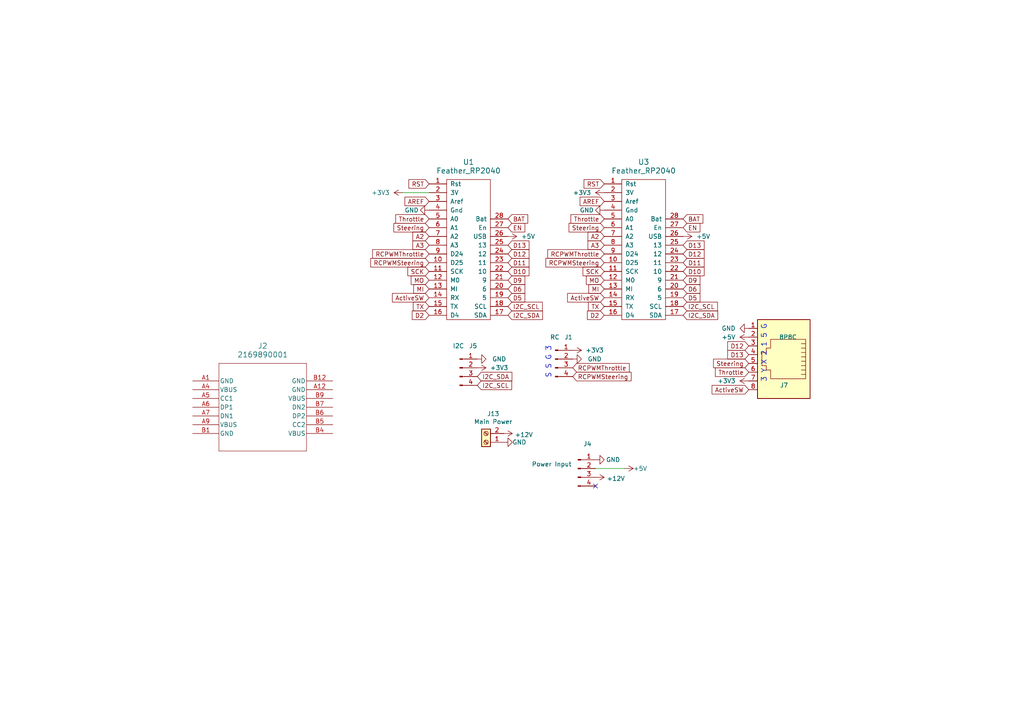
<source format=kicad_sch>
(kicad_sch (version 20230121) (generator eeschema)
  (paper "A4")
  (lib_symbols
    (symbol "Connector:8P8C" (pin_names (offset 1.016))
      (property "Reference" "J" (at -5.08 13.97 0))
      (property "Value" "8P8C" (at 2.54 13.97 0))
      (symbol "8P8C_0_1"
        (polyline (pts (xy -5.08 4.445) (xy -6.35 4.445)))
        (polyline (pts (xy -5.08 5.715) (xy -6.35 5.715)))
        (polyline (pts (xy -6.35 -3.175) (xy -5.08 -3.175) (xy -5.08 -3.175)))
        (polyline (pts (xy -6.35 -1.905) (xy -5.08 -1.905) (xy -5.08 -1.905)))
        (polyline (pts (xy -6.35 -0.635) (xy -5.08 -0.635) (xy -5.08 -0.635)))
        (polyline (pts (xy -6.35 0.635) (xy -5.08 0.635) (xy -5.08 0.635)))
        (polyline (pts (xy -6.35 1.905) (xy -5.08 1.905) (xy -5.08 1.905)))
        (polyline (pts (xy -5.08 3.175) (xy -6.35 3.175) (xy -6.35 3.175)))
        (polyline (pts (xy -6.35 -4.445) (xy -6.35 6.985) (xy 3.81 6.985) (xy 3.81 4.445) (xy 5.08 4.445) (xy 5.08 3.175) (xy 6.35 3.175) (xy 6.35 -0.635) (xy 5.08 -0.635) (xy 5.08 -1.905) (xy 3.81 -1.905) (xy 3.81 -4.445) (xy -6.35 -4.445) (xy -6.35 -4.445)))
        (rectangle (start 7.62 12.7) (end -7.62 -10.16) (stroke (width 0.254)) (fill (type background)))
      )
      (symbol "8P8C_1_1"
        (pin passive line (at 10.16 -7.62 180) (length 2.54) (name "~") (number "1"))
        (pin passive line (at 10.16 -5.08 180) (length 2.54) (name "~") (number "2"))
        (pin passive line (at 10.16 -2.54 180) (length 2.54) (name "~") (number "3"))
        (pin passive line (at 10.16 0 180) (length 2.54) (name "~") (number "4"))
        (pin passive line (at 10.16 2.54 180) (length 2.54) (name "~") (number "5"))
        (pin passive line (at 10.16 5.08 180) (length 2.54) (name "~") (number "6"))
        (pin passive line (at 10.16 7.62 180) (length 2.54) (name "~") (number "7"))
        (pin passive line (at 10.16 10.16 180) (length 2.54) (name "~") (number "8"))
      )
    )
    (symbol "Connector:Screw_Terminal_01x02" (pin_names (offset 1.016) hide)
      (property "Reference" "J" (at 0 2.54 0))
      (property "Value" "Screw_Terminal_01x02" (at 0 -5.08 0))
      (symbol "Screw_Terminal_01x02_1_1"
        (rectangle (start -1.27 1.27) (end 1.27 -3.81) (stroke (width 0.254)) (fill (type background)))
        (circle (center 0 -2.54) (radius 0.635) (stroke (width 0.1524)))
        (polyline (pts (xy -0.5334 -2.2098) (xy 0.3302 -3.048)) (stroke (width 0.1524)))
        (polyline (pts (xy -0.5334 0.3302) (xy 0.3302 -0.508)) (stroke (width 0.1524)))
        (polyline (pts (xy -0.3556 -2.032) (xy 0.508 -2.8702)) (stroke (width 0.1524)))
        (polyline (pts (xy -0.3556 0.508) (xy 0.508 -0.3302)) (stroke (width 0.1524)))
        (circle (center 0 0) (radius 0.635) (stroke (width 0.1524)))
        (pin passive line (at -5.08 0 0) (length 3.81) (name "Pin_1") (number "1"))
        (pin passive line (at -5.08 -2.54 0) (length 3.81) (name "Pin_2") (number "2"))
      )
    )
    (symbol "ControlInputTestFeather-rescue:+3.3V-power" (power) (pin_names (offset 0))
      (property "Value" "+3.3V-power" (at 0 3.556 0))
      (symbol "+3.3V-power_0_1"
        (polyline (pts (xy -0.762 1.27) (xy 0 2.54)))
        (polyline (pts (xy 0 0) (xy 0 2.54)))
        (polyline (pts (xy 0 2.54) (xy 0.762 1.27)))
      )
      (symbol "+3.3V-power_1_1"
        (pin power_in line (at 0 0 90) (length 0) hide (name "+3V3") (number "1"))
      )
    )
    (symbol "ControlInputTestFeather-rescue:Conn_01x04_Male-Connector" (pin_names (offset 1.016) hide)
      (property "Reference" "J" (at 0 5.08 0))
      (property "Value" "Connector_Conn_01x04_Male" (at 0 -7.62 0))
      (symbol "Conn_01x04_Male-Connector_1_1"
        (polyline (pts (xy 1.27 -5.08) (xy 0.8636 -5.08)) (stroke (width 0.1524)))
        (polyline (pts (xy 1.27 -2.54) (xy 0.8636 -2.54)) (stroke (width 0.1524)))
        (polyline (pts (xy 1.27 0) (xy 0.8636 0)) (stroke (width 0.1524)))
        (polyline (pts (xy 1.27 2.54) (xy 0.8636 2.54)) (stroke (width 0.1524)))
        (rectangle (start 0.8636 -4.953) (end 0 -5.207) (stroke (width 0.1524)) (fill (type outline)))
        (rectangle (start 0.8636 -2.413) (end 0 -2.667) (stroke (width 0.1524)) (fill (type outline)))
        (rectangle (start 0.8636 0.127) (end 0 -0.127) (stroke (width 0.1524)) (fill (type outline)))
        (rectangle (start 0.8636 2.667) (end 0 2.413) (stroke (width 0.1524)) (fill (type outline)))
        (pin passive line (at 5.08 2.54 180) (length 3.81) (name "Pin_1") (number "1"))
        (pin passive line (at 5.08 0 180) (length 3.81) (name "Pin_2") (number "2"))
        (pin passive line (at 5.08 -2.54 180) (length 3.81) (name "Pin_3") (number "3"))
        (pin passive line (at 5.08 -5.08 180) (length 3.81) (name "Pin_4") (number "4"))
      )
    )
    (symbol "FlagUSB-C:2169890001" (pin_names (offset 0.254))
      (property "Reference" "J" (at 20.32 10.16 0))
      (property "Value" "2169890001" (at 20.32 7.62 0))
      (symbol "2169890001_0_1"
        (polyline (pts (xy 7.62 -20.32) (xy 33.02 -20.32)) (stroke (width 0.127)))
        (polyline (pts (xy 7.62 5.08) (xy 7.62 -20.32)) (stroke (width 0.127)))
        (polyline (pts (xy 33.02 -20.32) (xy 33.02 5.08)) (stroke (width 0.127)))
        (polyline (pts (xy 33.02 5.08) (xy 7.62 5.08)) (stroke (width 0.127)))
        (pin power_out line (at 0 0 0) (length 7.62) (name "GND") (number "A1"))
        (pin power_out line (at 40.64 -2.54 180) (length 7.62) (name "GND") (number "A12"))
        (pin power_in line (at 0 -2.54 0) (length 7.62) (name "VBUS") (number "A4"))
        (pin bidirectional line (at 0 -5.08 0) (length 7.62) (name "CC1") (number "A5"))
        (pin bidirectional line (at 0 -7.62 0) (length 7.62) (name "DP1") (number "A6"))
        (pin bidirectional line (at 0 -10.16 0) (length 7.62) (name "DN1") (number "A7"))
        (pin power_in line (at 0 -12.7 0) (length 7.62) (name "VBUS") (number "A9"))
        (pin power_out line (at 0 -15.24 0) (length 7.62) (name "GND") (number "B1"))
        (pin power_out line (at 40.64 0 180) (length 7.62) (name "GND") (number "B12"))
        (pin power_in line (at 40.64 -15.24 180) (length 7.62) (name "VBUS") (number "B4"))
        (pin bidirectional line (at 40.64 -12.7 180) (length 7.62) (name "CC2") (number "B5"))
        (pin bidirectional line (at 40.64 -10.16 180) (length 7.62) (name "DP2") (number "B6"))
        (pin bidirectional line (at 40.64 -7.62 180) (length 7.62) (name "DN2") (number "B7"))
        (pin power_in line (at 40.64 -5.08 180) (length 7.62) (name "VBUS") (number "B9"))
      )
    )
    (symbol "UsefulModifications:Feather_RP2040" (pin_names (offset 1.016))
      (property "Reference" "U" (at -1.27 20.32 0))
      (property "Value" "Feather_RP2040" (at 1.27 -26.67 0))
      (symbol "Feather_RP2040_0_1"
        (rectangle (start -6.35 17.78) (end 6.35 -22.86))
      )
      (symbol "Feather_RP2040_1_1"
        (pin bidirectional line (at -11.43 16.51 0) (length 5.08) (name "Rst") (number "1"))
        (pin bidirectional line (at -11.43 -6.35 0) (length 5.08) (name "D25") (number "10"))
        (pin bidirectional line (at -11.43 -8.89 0) (length 5.08) (name "SCK") (number "11"))
        (pin bidirectional line (at -11.43 -11.43 0) (length 5.08) (name "M0") (number "12"))
        (pin bidirectional line (at -11.43 -13.97 0) (length 5.08) (name "MI") (number "13"))
        (pin bidirectional line (at -11.43 -16.51 0) (length 5.08) (name "RX") (number "14"))
        (pin bidirectional line (at -11.43 -19.05 0) (length 5.08) (name "TX") (number "15"))
        (pin bidirectional line (at -11.43 -21.59 0) (length 5.08) (name "D4") (number "16"))
        (pin bidirectional line (at 11.43 -21.59 180) (length 5.08) (name "SDA") (number "17"))
        (pin bidirectional line (at 11.43 -19.05 180) (length 5.08) (name "SCL") (number "18"))
        (pin bidirectional line (at 11.43 -16.51 180) (length 5.08) (name "5") (number "19"))
        (pin power_out line (at -11.43 13.97 0) (length 5.08) (name "3V") (number "2"))
        (pin bidirectional line (at 11.43 -13.97 180) (length 5.08) (name "6") (number "20"))
        (pin bidirectional line (at 11.43 -11.43 180) (length 5.08) (name "9") (number "21"))
        (pin bidirectional line (at 11.43 -8.89 180) (length 5.08) (name "10") (number "22"))
        (pin bidirectional line (at 11.43 -6.35 180) (length 5.08) (name "11") (number "23"))
        (pin bidirectional line (at 11.43 -3.81 180) (length 5.08) (name "12") (number "24"))
        (pin bidirectional line (at 11.43 -1.27 180) (length 5.08) (name "13") (number "25"))
        (pin bidirectional line (at 11.43 1.27 180) (length 5.08) (name "USB") (number "26"))
        (pin passive line (at 11.43 3.81 180) (length 5.08) (name "En") (number "27"))
        (pin power_in line (at 11.43 6.35 180) (length 5.08) (name "Bat") (number "28"))
        (pin bidirectional line (at -11.43 11.43 0) (length 5.08) (name "Aref") (number "3"))
        (pin passive line (at -11.43 8.89 0) (length 5.08) (name "Gnd") (number "4"))
        (pin bidirectional line (at -11.43 6.35 0) (length 5.08) (name "A0") (number "5"))
        (pin bidirectional line (at -11.43 3.81 0) (length 5.08) (name "A1") (number "6"))
        (pin bidirectional line (at -11.43 1.27 0) (length 5.08) (name "A2") (number "7"))
        (pin bidirectional line (at -11.43 -1.27 0) (length 5.08) (name "A3") (number "8"))
        (pin bidirectional line (at -11.43 -3.81 0) (length 5.08) (name "D24") (number "9"))
      )
    )
    (symbol "power:+12V" (power) (pin_names (offset 0))
      (property "Value" "+12V" (at 0 3.556 0))
      (symbol "+12V_0_1"
        (polyline (pts (xy -0.762 1.27) (xy 0 2.54)))
        (polyline (pts (xy 0 0) (xy 0 2.54)))
        (polyline (pts (xy 0 2.54) (xy 0.762 1.27)))
      )
      (symbol "+12V_1_1"
        (pin power_in line (at 0 0 90) (length 0) hide (name "+12V") (number "1"))
      )
    )
    (symbol "power:+5V" (power) (pin_names (offset 0))
      (property "Value" "+5V" (at 0 3.556 0))
      (symbol "+5V_0_1"
        (polyline (pts (xy -0.762 1.27) (xy 0 2.54)))
        (polyline (pts (xy 0 0) (xy 0 2.54)))
        (polyline (pts (xy 0 2.54) (xy 0.762 1.27)))
      )
      (symbol "+5V_1_1"
        (pin power_in line (at 0 0 90) (length 0) hide (name "+5V") (number "1"))
      )
    )
    (symbol "power:GND" (power) (pin_names (offset 0))
      (property "Value" "GND" (at 0 -3.81 0))
      (symbol "GND_0_1"
        (polyline (pts (xy 0 0) (xy 0 -1.27) (xy 1.27 -1.27) (xy 0 -2.54) (xy -1.27 -1.27) (xy 0 -1.27)))
      )
      (symbol "GND_1_1"
        (pin power_in line (at 0 0 270) (length 0) hide (name "GND") (number "1"))
      )
    )
  )
  (no_connect (at 172.72 140.97))
  (wire (pts (xy 116.84 55.88) (xy 124.46 55.88)))
  (wire (pts (xy 172.72 135.89) (xy 181.102 135.89)))
  (text "S S G 3\n" (at 159.9946 100.33 90) (effects (font (size 1.4986 1.4986)) (justify right bottom)))
  (text "3 Y X 2 1 5 G" (at 222.4786 93.98 90) (effects (font (size 1.4986 1.4986)) (justify right bottom)))
  (global_label "I2C_SDA" (shape input) (at 198.12 91.44 0) (property "Intersheetrefs" "${INTERSHEET_REFS}" (effects hide)))
  (global_label "D10" (shape input) (at 147.32 78.74 0) (property "Intersheetrefs" "${INTERSHEET_REFS}" (effects hide)))
  (global_label "EN" (shape input) (at 198.12 66.04 0) (property "Intersheetrefs" "${INTERSHEET_REFS}" (effects hide)))
  (global_label "A2" (shape input) (at 124.46 68.58 180) (property "Intersheetrefs" "${INTERSHEET_REFS}" (effects hide)))
  (global_label "I2C_SDA" (shape input) (at 138.43 109.22 0) (property "Intersheetrefs" "${INTERSHEET_REFS}" (effects hide)))
  (global_label "D12" (shape input) (at 217.17 100.33 180) (property "Intersheetrefs" "${INTERSHEET_REFS}" (effects hide)))
  (global_label "D13" (shape input) (at 198.12 71.12 0) (property "Intersheetrefs" "${INTERSHEET_REFS}" (effects hide)))
  (global_label "Throttle" (shape input) (at 175.26 63.5 180) (property "Intersheetrefs" "${INTERSHEET_REFS}" (effects hide)))
  (global_label "Steering" (shape input) (at 175.26 66.04 180) (property "Intersheetrefs" "${INTERSHEET_REFS}" (effects hide)))
  (global_label "D13" (shape input) (at 217.17 102.87 180) (property "Intersheetrefs" "${INTERSHEET_REFS}" (effects hide)))
  (global_label "D6" (shape input) (at 147.32 83.82 0) (property "Intersheetrefs" "${INTERSHEET_REFS}" (effects hide)))
  (global_label "TX" (shape input) (at 124.46 88.9 180) (property "Intersheetrefs" "${INTERSHEET_REFS}" (effects hide)))
  (global_label "MI" (shape input) (at 175.26 83.82 180) (property "Intersheetrefs" "${INTERSHEET_REFS}" (effects hide)))
  (global_label "EN" (shape input) (at 147.32 66.04 0) (property "Intersheetrefs" "${INTERSHEET_REFS}" (effects hide)))
  (global_label "TX" (shape input) (at 175.26 88.9 180) (property "Intersheetrefs" "${INTERSHEET_REFS}" (effects hide)))
  (global_label "ActiveSW" (shape input) (at 175.26 86.36 180) (property "Intersheetrefs" "${INTERSHEET_REFS}" (effects hide)))
  (global_label "D2" (shape input) (at 124.46 91.44 180) (property "Intersheetrefs" "${INTERSHEET_REFS}" (effects hide)))
  (global_label "D2" (shape input) (at 175.26 91.44 180) (property "Intersheetrefs" "${INTERSHEET_REFS}" (effects hide)))
  (global_label "RCPWMSteering" (shape input) (at 175.26 76.2 180) (property "Intersheetrefs" "${INTERSHEET_REFS}" (effects hide)))
  (global_label "SCK" (shape input) (at 124.46 78.74 180) (property "Intersheetrefs" "${INTERSHEET_REFS}" (effects hide)))
  (global_label "D12" (shape input) (at 198.12 73.66 0) (property "Intersheetrefs" "${INTERSHEET_REFS}" (effects hide)))
  (global_label "A2" (shape input) (at 175.26 68.58 180) (property "Intersheetrefs" "${INTERSHEET_REFS}" (effects hide)))
  (global_label "RCPWMSteering" (shape input) (at 166.116 109.22 0) (property "Intersheetrefs" "${INTERSHEET_REFS}" (effects hide)))
  (global_label "MI" (shape input) (at 124.46 83.82 180) (property "Intersheetrefs" "${INTERSHEET_REFS}" (effects hide)))
  (global_label "RST" (shape input) (at 124.46 53.34 180) (property "Intersheetrefs" "${INTERSHEET_REFS}" (effects hide)))
  (global_label "Throttle" (shape input) (at 217.17 107.95 180) (property "Intersheetrefs" "${INTERSHEET_REFS}" (effects hide)))
  (global_label "SCK" (shape input) (at 175.26 78.74 180) (property "Intersheetrefs" "${INTERSHEET_REFS}" (effects hide)))
  (global_label "ActiveSW" (shape input) (at 124.46 86.36 180) (property "Intersheetrefs" "${INTERSHEET_REFS}" (effects hide)))
  (global_label "Steering" (shape input) (at 217.17 105.41 180) (property "Intersheetrefs" "${INTERSHEET_REFS}" (effects hide)))
  (global_label "MO" (shape input) (at 175.26 81.28 180) (property "Intersheetrefs" "${INTERSHEET_REFS}" (effects hide)))
  (global_label "A3" (shape input) (at 124.46 71.12 180) (property "Intersheetrefs" "${INTERSHEET_REFS}" (effects hide)))
  (global_label "AREF" (shape input) (at 124.46 58.42 180) (property "Intersheetrefs" "${INTERSHEET_REFS}" (effects hide)))
  (global_label "RCPWMThrottle" (shape input) (at 124.46 73.66 180) (property "Intersheetrefs" "${INTERSHEET_REFS}" (effects hide)))
  (global_label "I2C_SDA" (shape input) (at 147.32 91.44 0) (property "Intersheetrefs" "${INTERSHEET_REFS}" (effects hide)))
  (global_label "RCPWMSteering" (shape input) (at 124.46 76.2 180) (property "Intersheetrefs" "${INTERSHEET_REFS}" (effects hide)))
  (global_label "D9" (shape input) (at 198.12 81.28 0) (property "Intersheetrefs" "${INTERSHEET_REFS}" (effects hide)))
  (global_label "D10" (shape input) (at 198.12 78.74 0) (property "Intersheetrefs" "${INTERSHEET_REFS}" (effects hide)))
  (global_label "A3" (shape input) (at 175.26 71.12 180) (property "Intersheetrefs" "${INTERSHEET_REFS}" (effects hide)))
  (global_label "Steering" (shape input) (at 124.46 66.04 180) (property "Intersheetrefs" "${INTERSHEET_REFS}" (effects hide)))
  (global_label "MO" (shape input) (at 124.46 81.28 180) (property "Intersheetrefs" "${INTERSHEET_REFS}" (effects hide)))
  (global_label "I2C_SCL" (shape input) (at 147.32 88.9 0) (property "Intersheetrefs" "${INTERSHEET_REFS}" (effects hide)))
  (global_label "BAT" (shape input) (at 147.32 63.5 0) (property "Intersheetrefs" "${INTERSHEET_REFS}" (effects hide)))
  (global_label "D6" (shape input) (at 198.12 83.82 0) (property "Intersheetrefs" "${INTERSHEET_REFS}" (effects hide)))
  (global_label "D13" (shape input) (at 147.32 71.12 0) (property "Intersheetrefs" "${INTERSHEET_REFS}" (effects hide)))
  (global_label "D11" (shape input) (at 147.32 76.2 0) (property "Intersheetrefs" "${INTERSHEET_REFS}" (effects hide)))
  (global_label "D5" (shape input) (at 198.12 86.36 0) (property "Intersheetrefs" "${INTERSHEET_REFS}" (effects hide)))
  (global_label "I2C_SCL" (shape input) (at 138.43 111.76 0) (property "Intersheetrefs" "${INTERSHEET_REFS}" (effects hide)))
  (global_label "ActiveSW" (shape input) (at 217.17 113.03 180) (property "Intersheetrefs" "${INTERSHEET_REFS}" (effects hide)))
  (global_label "D11" (shape input) (at 198.12 76.2 0) (property "Intersheetrefs" "${INTERSHEET_REFS}" (effects hide)))
  (global_label "D5" (shape input) (at 147.32 86.36 0) (property "Intersheetrefs" "${INTERSHEET_REFS}" (effects hide)))
  (global_label "D12" (shape input) (at 147.32 73.66 0) (property "Intersheetrefs" "${INTERSHEET_REFS}" (effects hide)))
  (global_label "D9" (shape input) (at 147.32 81.28 0) (property "Intersheetrefs" "${INTERSHEET_REFS}" (effects hide)))
  (global_label "RCPWMThrottle" (shape input) (at 175.26 73.66 180) (property "Intersheetrefs" "${INTERSHEET_REFS}" (effects hide)))
  (global_label "BAT" (shape input) (at 198.12 63.5 0) (property "Intersheetrefs" "${INTERSHEET_REFS}" (effects hide)))
  (global_label "Throttle" (shape input) (at 124.46 63.5 180) (property "Intersheetrefs" "${INTERSHEET_REFS}" (effects hide)))
  (global_label "RCPWMThrottle" (shape input) (at 166.116 106.68 0) (property "Intersheetrefs" "${INTERSHEET_REFS}" (effects hide)))
  (global_label "I2C_SCL" (shape input) (at 198.12 88.9 0) (property "Intersheetrefs" "${INTERSHEET_REFS}" (effects hide)))
  (global_label "RST" (shape input) (at 175.26 53.34 180) (property "Intersheetrefs" "${INTERSHEET_REFS}" (effects hide)))
  (global_label "AREF" (shape input) (at 175.26 58.42 180) (property "Intersheetrefs" "${INTERSHEET_REFS}" (effects hide)))
  (symbol (lib_id "ControlInputTestFeather-rescue:Conn_01x04_Male-Connector") (at 161.036 104.14 0) (unit 1)
    (property "Reference" "J1" (at 166.116 97.79 0) (effects (justify right)))
    (property "Value" "RC" (at 162.306 97.79 0) (effects (justify right)))
    (property "Footprint" "Connector_PinHeader_2.54mm:PinHeader_1x04_P2.54mm_Vertical" (effects hide))
  )
  (symbol (lib_id "Connector:8P8C") (at 227.33 102.87 180) (unit 1)
    (property "Reference" "J7" (at 228.6 111.76 0) (effects (justify left)))
    (property "Value" "8P8C" (at 231.14 97.79 0) (effects (justify left)))
    (property "Footprint" "Useful Modifications:RJ45_x08_Tab_Up" (effects hide))
  )
  (symbol (lib_id "power:+5V") (at 147.32 68.58 270) (unit 1)
    (property "Reference" "#PWR026" (effects hide))
    (property "Value" "+5V" (at 151.13 68.58 90) (effects (justify left)))
  )
  (symbol (lib_id "power:+5V") (at 217.17 97.79 90) (unit 1)
    (property "Reference" "#PWR029" (effects hide))
    (property "Value" "+5V" (at 213.36 97.79 90) (effects (justify left)))
  )
  (symbol (lib_id "ControlInputTestFeather-rescue:+3.3V-power") (at 116.84 55.88 90) (unit 1)
    (property "Reference" "#PWR027" (effects hide))
    (property "Value" "+3.3V" (at 113.03 55.88 90) (effects (justify left)))
  )
  (symbol (lib_id "power:GND") (at 166.116 104.14 90) (unit 1)
    (property "Reference" "#PWR014" (effects hide))
    (property "Value" "GND" (at 172.466 104.14 90))
  )
  (symbol (lib_id "ControlInputTestFeather-rescue:+3.3V-power") (at 166.116 101.6 270) (unit 1)
    (property "Reference" "#PWR03" (effects hide))
    (property "Value" "+3.3V" (at 172.466 101.6 90))
  )
  (symbol (lib_id "ControlInputTestFeather-rescue:+3.3V-power") (at 217.17 110.49 90) (unit 1)
    (property "Reference" "#PWR030" (effects hide))
    (property "Value" "+3.3V" (at 213.36 110.49 90) (effects (justify left)))
  )
  (symbol (lib_id "power:GND") (at 217.17 95.25 270) (unit 1)
    (property "Reference" "#PWR028" (effects hide))
    (property "Value" "GND" (at 213.36 95.25 90) (effects (justify right)))
  )
  (symbol (lib_id "power:+12V") (at 172.72 138.43 270) (unit 1)
    (property "Reference" "#PWR0101" (effects hide))
    (property "Value" "+12V" (at 175.9712 138.811 90) (effects (justify left)))
  )
  (symbol (lib_id "power:GND") (at 172.72 133.35 90) (unit 1)
    (property "Reference" "#PWR0103" (effects hide))
    (property "Value" "GND" (at 175.768 133.35 90) (effects (justify right)))
  )
  (symbol (lib_id "power:+5V") (at 181.102 135.89 270) (unit 1)
    (property "Reference" "#PWR0104" (effects hide))
    (property "Value" "+5V" (at 183.642 135.89 90) (effects (justify left)))
  )
  (symbol (lib_id "Connector:Screw_Terminal_01x02") (at 140.97 128.27 180) (unit 1)
    (property "Reference" "J13" (at 143.0528 120.015 0))
    (property "Value" "Main Power" (at 143.0528 122.3264 0))
    (property "Footprint" "Useful Modifications:TerminalBlock_bornier-2_P5.08mm" (effects hide))
  )
  (symbol (lib_id "power:+12V") (at 146.05 125.73 270) (unit 1)
    (property "Reference" "#PWR024" (effects hide))
    (property "Value" "+12V" (at 149.3012 126.111 90) (effects (justify left)))
  )
  (symbol (lib_id "power:GND") (at 146.05 128.27 90) (unit 1)
    (property "Reference" "#PWR0107" (effects hide))
    (property "Value" "GND" (at 148.59 128.27 90) (effects (justify right)))
  )
  (symbol (lib_id "power:GND") (at 124.46 60.96 270) (unit 1)
    (property "Reference" "#PWR07" (effects hide))
    (property "Value" "GND" (at 119.38 60.96 90))
  )
  (symbol (lib_id "ControlInputTestFeather-rescue:Conn_01x04_Male-Connector") (at 133.35 106.68 0) (unit 1)
    (property "Reference" "J5" (at 138.43 100.33 0) (effects (justify right)))
    (property "Value" "I2C" (at 134.62 100.33 0) (effects (justify right)))
    (property "Footprint" "Connector_JST:JST_SH_BM04B-SRSS-TB_1x04-1MP_P1.00mm_Vertical" (effects hide))
  )
  (symbol (lib_id "power:GND") (at 138.43 104.14 90) (unit 1)
    (property "Reference" "#PWR08" (effects hide))
    (property "Value" "GND" (at 144.78 104.14 90))
  )
  (symbol (lib_id "ControlInputTestFeather-rescue:+3.3V-power") (at 138.43 106.68 270) (unit 1)
    (property "Reference" "#PWR09" (effects hide))
    (property "Value" "+3.3V" (at 144.78 106.68 90))
  )
  (symbol (lib_id "ControlInputTestFeather-rescue:Conn_01x04_Male-Connector") (at 167.64 135.89 0) (unit 1)
    (property "Reference" "J4" (at 170.3832 128.7526 0))
    (property "Value" "Power Input" (at 160.02 134.62 0))
    (property "Footprint" "Connector_PinHeader_2.54mm:PinHeader_1x04_P2.54mm_Horizontal" (effects hide))
  )
  (symbol (lib_id "power:+5V") (at 198.12 68.58 270) (unit 1)
    (property "Reference" "#PWR0102" (effects hide))
    (property "Value" "+5V" (at 201.93 68.58 90) (effects (justify left)))
  )
  (symbol (lib_id "ControlInputTestFeather-rescue:+3.3V-power") (at 175.26 55.88 90) (unit 1)
    (property "Reference" "#PWR0105" (effects hide))
    (property "Value" "+3.3V" (at 171.45 55.88 90) (effects (justify left)))
  )
  (symbol (lib_id "power:GND") (at 175.26 60.96 270) (unit 1)
    (property "Reference" "#PWR0106" (effects hide))
    (property "Value" "GND" (at 170.18 60.96 90))
  )
  (symbol (lib_id "UsefulModifications:Feather_RP2040") (at 135.89 69.85 0) (unit 1)
    (property "Reference" "U1" (at 135.89 46.99 0) (effects (font (size 1.524 1.524))))
    (property "Value" "Feather_RP2040" (at 135.89 49.53 0) (effects (font (size 1.524 1.524))))
    (property "Footprint" "Useful Modifications:Feather_nRF52840" (effects hide))
  )
  (symbol (lib_id "UsefulModifications:Feather_RP2040") (at 186.69 69.85 0) (unit 1)
    (property "Reference" "U3" (at 186.69 46.99 0) (effects (font (size 1.524 1.524))))
    (property "Value" "Feather_RP2040" (at 186.69 49.53 0) (effects (font (size 1.524 1.524))))
    (property "Footprint" "Useful Modifications:Feather_nRF52840" (effects hide))
  )
  (symbol (lib_id "FlagUSB-C:2169890001") (at 55.88 110.49 0) (unit 1)
    (property "Reference" "J2" (at 76.2 100.33 0) (effects (font (size 1.524 1.524))))
    (property "Value" "2169890001" (at 76.2 102.87 0) (effects (font (size 1.524 1.524))))
    (property "Footprint" "216989-0001_MOL" (effects hide))
    (property "Datasheet" "2169890001" (effects hide))
  )
)
</source>
